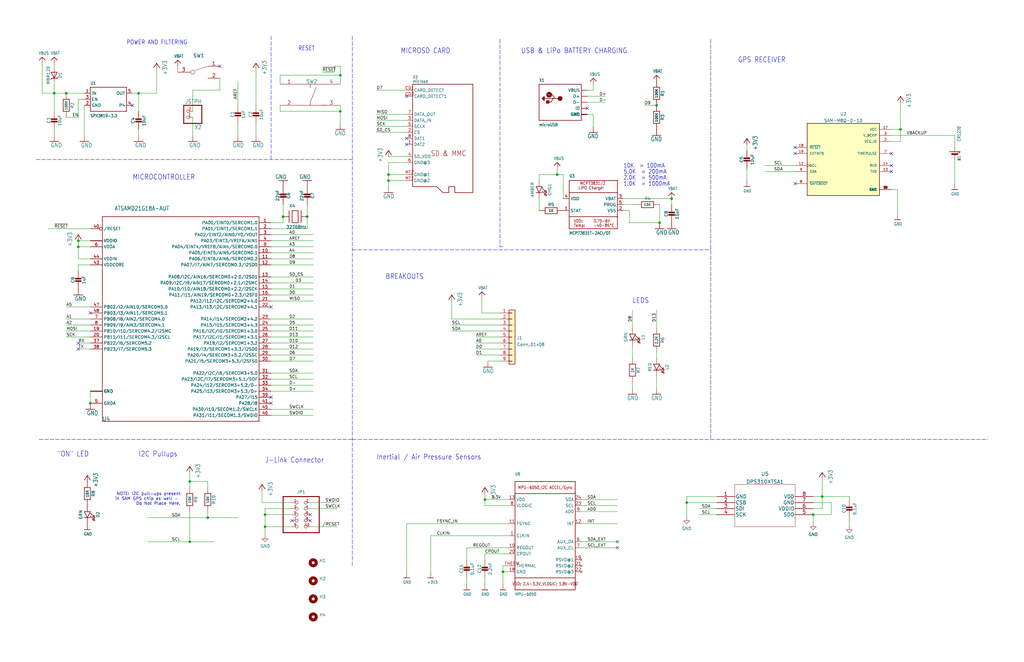
<source format=kicad_sch>
(kicad_sch (version 20211123) (generator eeschema)
  (paper "B")
  (title_block (title "Dropkick") (date "2022-03-14") (rev "V2-SAM") (company "Riley Rainey") (comment 1 "Open Hardware") (comment 2 "https://github.com/rrainey/dropkick"))
  (junction (at 163.83 73.66))
  (junction (at 119.38 91.44))
  (junction (at 38.1 170.18))
  (junction (at 87.63 218.44))
  (junction (at 204.47 210.82))
  (junction (at 379.73 54.61))
  (junction (at 80.01 203.2))
  (junction (at 289.56 212.09))
  (junction (at 283.21 83.82))
  (junction (at 111.76 222.25))
  (junction (at 342.9 217.17))
  (junction (at 278.13 93.98))
  (junction (at 111.76 217.17))
  (junction (at 33.02 101.6))
  (junction (at 129.54 91.44))
  (junction (at 276.86 44.45))
  (junction (at 143.51 46.99))
  (junction (at 22.86 39.37))
  (junction (at 212.09 241.3))
  (junction (at 234.95 73.66))
  (junction (at 27.94 39.37))
  (junction (at 143.51 31.75))
  (junction (at 163.83 76.2))
  (junction (at 346.71 209.55))
  (junction (at 80.01 228.6))
  (junction (at 58.42 39.37))
  (junction (at 33.02 104.14))
  (no_connect (at 375.92 69.85))
  (no_connect (at 375.92 72.39))
  (no_connect (at 247.65 45.72))
  (no_connect (at 55.88 44.45))
  (no_connect (at 92.71 27.94))
  (no_connect (at 114.3 129.54))
  (no_connect (at 114.3 167.64))
  (no_connect (at 114.3 170.18))
  (no_connect (at 260.35 228.6))
  (no_connect (at 260.35 231.14))
  (no_connect (at 335.28 62.23))
  (no_connect (at 335.28 64.77))
  (no_connect (at 335.28 77.47))
  (no_connect (at 375.92 64.77))
  (no_connect (at 171.45 40.64))
  (no_connect (at 171.45 60.96))
  (no_connect (at 171.45 58.42))
  (no_connect (at 123.19 219.71))
  (no_connect (at 38.1 132.08))
  (no_connect (at 130.81 217.17))
  (no_connect (at 33.02 144.78))
  (no_connect (at 33.02 147.32))
  (no_connect (at 130.81 219.71))
  (wire (pts (xy 119.38 93.98) (xy 119.38 91.44)))
  (wire (pts (xy 80.01 215.9) (xy 80.01 228.6)))
  (wire (pts (xy 245.11 220.98) (xy 260.35 220.98)))
  (wire (pts (xy 171.45 73.66) (xy 163.83 73.66)))
  (wire (pts (xy 227.33 76.2) (xy 227.33 73.66)))
  (wire (pts (xy 204.47 213.36) (xy 204.47 210.82)))
  (wire (pts (xy 245.11 210.82) (xy 260.35 210.82)))
  (wire (pts (xy 22.86 39.37) (xy 22.86 46.99)))
  (wire (pts (xy 283.21 83.82) (xy 262.89 83.82)))
  (wire (pts (xy 379.73 43.18) (xy 379.73 54.61)))
  (wire (pts (xy 130.81 222.25) (xy 142.24 222.25)))
  (wire (pts (xy 132.08 144.78) (xy 114.3 144.78)))
  (wire (pts (xy 38.1 101.6) (xy 33.02 101.6)))
  (wire (pts (xy 33.02 109.22) (xy 33.02 104.14)))
  (wire (pts (xy 55.88 39.37) (xy 58.42 39.37)))
  (wire (pts (xy 214.63 231.14) (xy 196.85 231.14)))
  (wire (pts (xy 158.75 50.8) (xy 171.45 50.8)))
  (wire (pts (xy 114.3 109.22) (xy 132.08 109.22)))
  (wire (pts (xy 204.47 233.68) (xy 204.47 236.22)))
  (wire (pts (xy 111.76 214.63) (xy 111.76 217.17)))
  (wire (pts (xy 123.19 212.09) (xy 110.49 212.09)))
  (wire (pts (xy 346.71 209.55) (xy 358.14 209.55)))
  (wire (pts (xy 114.3 119.38) (xy 132.08 119.38)))
  (wire (pts (xy 22.86 29.21) (xy 22.86 26.67)))
  (wire (pts (xy 33.02 49.53) (xy 33.02 41.91)))
  (wire (pts (xy 38.1 165.1) (xy 38.1 170.18)))
  (wire (pts (xy 294.64 217.17) (xy 302.26 217.17)))
  (wire (pts (xy 358.14 218.44) (xy 358.14 222.25)))
  (wire (pts (xy 200.66 144.78) (xy 210.82 144.78)))
  (wire (pts (xy 123.19 217.17) (xy 111.76 217.17)))
  (wire (pts (xy 283.21 86.36) (xy 283.21 83.82)))
  (wire (pts (xy 227.33 83.82) (xy 227.33 88.9)))
  (wire (pts (xy 132.08 165.1) (xy 114.3 165.1)))
  (wire (pts (xy 163.83 76.2) (xy 163.83 78.74)))
  (wire (pts (xy 247.65 38.1) (xy 250.19 38.1)))
  (wire (pts (xy 234.95 73.66) (xy 237.49 73.66)))
  (wire (pts (xy 80.01 228.6) (xy 62.23 228.6)))
  (wire (pts (xy 190.5 137.16) (xy 210.82 137.16)))
  (wire (pts (xy 278.13 86.36) (xy 278.13 93.98)))
  (polyline (pts (xy 210.82 16.51) (xy 210.82 104.14)))
  (wire (pts (xy 214.63 233.68) (xy 204.47 233.68)))
  (wire (pts (xy 245.11 213.36) (xy 260.35 213.36)))
  (wire (pts (xy 58.42 46.99) (xy 58.42 39.37)))
  (wire (pts (xy 114.3 127) (xy 132.08 127)))
  (wire (pts (xy 346.71 214.63) (xy 342.9 214.63)))
  (wire (pts (xy 114.3 142.24) (xy 132.08 142.24)))
  (wire (pts (xy 314.96 60.96) (xy 314.96 63.5)))
  (wire (pts (xy 33.02 144.78) (xy 38.1 144.78)))
  (wire (pts (xy 214.63 210.82) (xy 204.47 210.82)))
  (wire (pts (xy 114.3 152.4) (xy 132.08 152.4)))
  (wire (pts (xy 375.92 80.01) (xy 378.46 80.01)))
  (polyline (pts (xy 148.59 15.24) (xy 148.59 238.76)))
  (wire (pts (xy 262.89 86.36) (xy 267.97 86.36)))
  (wire (pts (xy 143.51 31.75) (xy 143.51 35.56)))
  (wire (pts (xy 245.11 228.6) (xy 260.35 228.6)))
  (wire (pts (xy 196.85 243.84) (xy 196.85 246.38)))
  (wire (pts (xy 200.66 147.32) (xy 210.82 147.32)))
  (wire (pts (xy 90.17 228.6) (xy 80.01 228.6)))
  (wire (pts (xy 171.45 220.98) (xy 214.63 220.98)))
  (wire (pts (xy 80.01 203.2) (xy 87.63 203.2)))
  (wire (pts (xy 158.75 53.34) (xy 171.45 53.34)))
  (wire (pts (xy 38.1 129.54) (xy 27.94 129.54)))
  (wire (pts (xy 132.08 106.68) (xy 114.3 106.68)))
  (wire (pts (xy 289.56 209.55) (xy 302.26 209.55)))
  (wire (pts (xy 265.43 93.98) (xy 278.13 93.98)))
  (wire (pts (xy 358.14 209.55) (xy 358.14 210.82)))
  (wire (pts (xy 123.19 214.63) (xy 111.76 214.63)))
  (wire (pts (xy 27.94 137.16) (xy 38.1 137.16)))
  (wire (pts (xy 130.81 214.63) (xy 142.24 214.63)))
  (wire (pts (xy 38.1 139.7) (xy 27.94 139.7)))
  (wire (pts (xy 114.3 104.14) (xy 132.08 104.14)))
  (wire (pts (xy 158.75 55.88) (xy 171.45 55.88)))
  (wire (pts (xy 266.7 146.05) (xy 266.7 151.13)))
  (wire (pts (xy 66.04 39.37) (xy 66.04 29.21)))
  (wire (pts (xy 38.1 109.22) (xy 33.02 109.22)))
  (wire (pts (xy 107.95 44.45) (xy 107.95 29.21)))
  (wire (pts (xy 87.63 205.74) (xy 87.63 203.2)))
  (wire (pts (xy 143.51 46.99) (xy 118.11 46.99)))
  (wire (pts (xy 35.56 44.45) (xy 35.56 57.15)))
  (wire (pts (xy 81.28 38.1) (xy 81.28 46.99)))
  (wire (pts (xy 158.75 38.1) (xy 171.45 38.1)))
  (wire (pts (xy 237.49 73.66) (xy 237.49 83.82)))
  (wire (pts (xy 33.02 111.76) (xy 33.02 114.3)))
  (wire (pts (xy 58.42 39.37) (xy 66.04 39.37)))
  (wire (pts (xy 33.02 41.91) (xy 35.56 41.91)))
  (wire (pts (xy 143.51 44.45) (xy 143.51 46.99)))
  (wire (pts (xy 171.45 76.2) (xy 163.83 76.2)))
  (wire (pts (xy 22.86 54.61) (xy 22.86 57.15)))
  (wire (pts (xy 114.3 101.6) (xy 132.08 101.6)))
  (wire (pts (xy 245.11 231.14) (xy 260.35 231.14)))
  (wire (pts (xy 214.63 241.3) (xy 212.09 241.3)))
  (wire (pts (xy 322.58 72.39) (xy 335.28 72.39)))
  (wire (pts (xy 143.51 46.99) (xy 143.51 52.07)))
  (wire (pts (xy 92.71 33.02) (xy 92.71 38.1)))
  (wire (pts (xy 110.49 207.01) (xy 110.49 212.09)))
  (wire (pts (xy 17.78 26.67) (xy 17.78 39.37)))
  (wire (pts (xy 27.94 39.37) (xy 22.86 39.37)))
  (wire (pts (xy 203.2 132.08) (xy 210.82 132.08)))
  (wire (pts (xy 171.45 220.98) (xy 171.45 241.3)))
  (wire (pts (xy 132.08 175.26) (xy 114.3 175.26)))
  (wire (pts (xy 276.86 158.75) (xy 276.86 163.83)))
  (wire (pts (xy 114.3 162.56) (xy 132.08 162.56)))
  (wire (pts (xy 87.63 218.44) (xy 62.23 218.44)))
  (wire (pts (xy 114.3 149.86) (xy 132.08 149.86)))
  (wire (pts (xy 294.64 214.63) (xy 302.26 214.63)))
  (wire (pts (xy 111.76 217.17) (xy 111.76 222.25)))
  (polyline (pts (xy 121.92 67.31) (xy 148.59 67.31)))
  (wire (pts (xy 247.65 48.26) (xy 250.19 48.26)))
  (wire (pts (xy 266.7 138.43) (xy 266.7 130.81)))
  (wire (pts (xy 289.56 209.55) (xy 289.56 212.09)))
  (wire (pts (xy 262.89 88.9) (xy 265.43 88.9)))
  (wire (pts (xy 27.94 49.53) (xy 33.02 49.53)))
  (wire (pts (xy 140.97 30.48) (xy 140.97 27.94)))
  (wire (pts (xy 38.1 111.76) (xy 33.02 111.76)))
  (wire (pts (xy 87.63 215.9) (xy 87.63 218.44)))
  (wire (pts (xy 214.63 238.76) (xy 212.09 238.76)))
  (wire (pts (xy 322.58 69.85) (xy 335.28 69.85)))
  (wire (pts (xy 214.63 213.36) (xy 204.47 213.36)))
  (wire (pts (xy 350.52 217.17) (xy 342.9 217.17)))
  (wire (pts (xy 100.33 52.07) (xy 100.33 57.15)))
  (wire (pts (xy 266.7 161.29) (xy 266.7 163.83)))
  (wire (pts (xy 114.3 99.06) (xy 132.08 99.06)))
  (wire (pts (xy 181.61 226.06) (xy 181.61 241.3)))
  (wire (pts (xy 58.42 54.61) (xy 58.42 57.15)))
  (wire (pts (xy 265.43 88.9) (xy 265.43 93.98)))
  (wire (pts (xy 80.01 199.39) (xy 80.01 203.2)))
  (wire (pts (xy 350.52 212.09) (xy 350.52 217.17)))
  (wire (pts (xy 250.19 38.1) (xy 250.19 35.56)))
  (wire (pts (xy 181.61 226.06) (xy 214.63 226.06)))
  (polyline (pts (xy 299.72 185.42) (xy 416.56 185.42)))
  (polyline (pts (xy 299.72 16.51) (xy 299.72 185.42)))
  (wire (pts (xy 129.54 91.44) (xy 129.54 86.36)))
  (polyline (pts (xy 15.24 67.31) (xy 121.92 67.31)))
  (wire (pts (xy 205.74 152.4) (xy 210.82 152.4)))
  (wire (pts (xy 163.83 66.04) (xy 171.45 66.04)))
  (wire (pts (xy 255.27 43.18) (xy 247.65 43.18)))
  (wire (pts (xy 342.9 212.09) (xy 350.52 212.09)))
  (wire (pts (xy 22.86 34.29) (xy 22.86 39.37)))
  (wire (pts (xy 190.5 134.62) (xy 210.82 134.62)))
  (wire (pts (xy 114.3 147.32) (xy 132.08 147.32)))
  (wire (pts (xy 204.47 210.82) (xy 204.47 208.28)))
  (wire (pts (xy 289.56 212.09) (xy 289.56 218.44)))
  (wire (pts (xy 111.76 222.25) (xy 111.76 226.06)))
  (wire (pts (xy 114.3 121.92) (xy 132.08 121.92)))
  (wire (pts (xy 247.65 40.64) (xy 255.27 40.64)))
  (wire (pts (xy 100.33 44.45) (xy 100.33 34.29)))
  (wire (pts (xy 100.33 218.44) (xy 87.63 218.44)))
  (wire (pts (xy 379.73 54.61) (xy 379.73 59.69)))
  (wire (pts (xy 171.45 68.58) (xy 163.83 68.58)))
  (wire (pts (xy 132.08 137.16) (xy 114.3 137.16)))
  (wire (pts (xy 35.56 39.37) (xy 27.94 39.37)))
  (wire (pts (xy 379.73 54.61) (xy 375.92 54.61)))
  (wire (pts (xy 114.3 96.52) (xy 129.54 96.52)))
  (wire (pts (xy 190.5 139.7) (xy 210.82 139.7)))
  (wire (pts (xy 402.59 62.23) (xy 402.59 57.15)))
  (wire (pts (xy 114.3 172.72) (xy 132.08 172.72)))
  (polyline (pts (xy 210.82 104.14) (xy 212.09 104.14)))
  (wire (pts (xy 204.47 243.84) (xy 204.47 246.38)))
  (wire (pts (xy 143.51 27.94) (xy 143.51 31.75)))
  (wire (pts (xy 314.96 71.12) (xy 314.96 76.2)))
  (wire (pts (xy 140.97 27.94) (xy 143.51 27.94)))
  (polyline (pts (xy 16.51 185.42) (xy 148.59 185.42)))
  (polyline (pts (xy 148.59 185.42) (xy 299.72 185.42)))
  (wire (pts (xy 276.86 138.43) (xy 276.86 130.81)))
  (wire (pts (xy 346.71 209.55) (xy 342.9 209.55)))
  (wire (pts (xy 289.56 212.09) (xy 302.26 212.09)))
  (wire (pts (xy 245.11 215.9) (xy 260.35 215.9)))
  (wire (pts (xy 200.66 142.24) (xy 210.82 142.24)))
  (wire (pts (xy 163.83 68.58) (xy 163.83 73.66)))
  (wire (pts (xy 129.54 96.52) (xy 129.54 91.44)))
  (wire (pts (xy 27.94 142.24) (xy 38.1 142.24)))
  (wire (pts (xy 92.71 38.1) (xy 81.28 38.1)))
  (wire (pts (xy 114.3 134.62) (xy 132.08 134.62)))
  (wire (pts (xy 80.01 203.2) (xy 80.01 205.74)))
  (wire (pts (xy 135.89 30.48) (xy 140.97 30.48)))
  (wire (pts (xy 119.38 86.36) (xy 119.38 91.44)))
  (wire (pts (xy 190.5 127) (xy 190.5 134.62)))
  (wire (pts (xy 132.08 124.46) (xy 114.3 124.46)))
  (wire (pts (xy 118.11 46.99) (xy 118.11 44.45)))
  (wire (pts (xy 375.92 57.15) (xy 402.59 57.15)))
  (wire (pts (xy 130.81 212.09) (xy 142.24 212.09)))
  (wire (pts (xy 114.3 111.76) (xy 132.08 111.76)))
  (polyline (pts (xy 148.59 105.41) (xy 299.72 105.41)))
  (wire (pts (xy 276.86 44.45) (xy 271.78 44.45)))
  (wire (pts (xy 346.71 209.55) (xy 346.71 214.63)))
  (wire (pts (xy 163.83 73.66) (xy 163.83 76.2)))
  (wire (pts (xy 143.51 31.75) (xy 118.11 31.75)))
  (wire (pts (xy 107.95 57.15) (xy 107.95 52.07)))
  (wire (pts (xy 123.19 222.25) (xy 111.76 222.25)))
  (wire (pts (xy 114.3 160.02) (xy 132.08 160.02)))
  (wire (pts (xy 196.85 231.14) (xy 196.85 236.22)))
  (wire (pts (xy 114.3 157.48) (xy 132.08 157.48)))
  (wire (pts (xy 203.2 125.73) (xy 203.2 132.08)))
  (wire (pts (xy 17.78 39.37) (xy 22.86 39.37)))
  (wire (pts (xy 212.09 241.3) (xy 212.09 246.38)))
  (wire (pts (xy 81.28 57.15) (xy 81.28 49.53)))
  (wire (pts (xy 38.1 96.52) (xy 20.32 96.52)))
  (wire (pts (xy 379.73 59.69) (xy 375.92 59.69)))
  (wire (pts (xy 38.1 134.62) (xy 27.94 134.62)))
  (wire (pts (xy 114.3 93.98) (xy 119.38 93.98)))
  (wire (pts (xy 132.08 116.84) (xy 114.3 116.84)))
  (wire (pts (xy 200.66 149.86) (xy 210.82 149.86)))
  (wire (pts (xy 33.02 147.32) (xy 38.1 147.32)))
  (wire (pts (xy 402.59 67.31) (xy 402.59 77.47)))
  (wire (pts (xy 227.33 73.66) (xy 234.95 73.66)))
  (wire (pts (xy 342.9 217.17) (xy 342.9 220.98)))
  (wire (pts (xy 158.75 48.26) (xy 171.45 48.26)))
  (wire (pts (xy 74.93 27.94) (xy 74.93 30.48)))
  (wire (pts (xy 38.1 104.14) (xy 33.02 104.14)))
  (wire (pts (xy 346.71 201.93) (xy 346.71 209.55)))
  (wire (pts (xy 114.3 139.7) (xy 132.08 139.7)))
  (wire (pts (xy 118.11 31.75) (xy 118.11 35.56)))
  (wire (pts (xy 234.95 71.12) (xy 234.95 73.66)))
  (wire (pts (xy 250.19 48.26) (xy 250.19 53.34)))
  (wire (pts (xy 33.02 104.14) (xy 33.02 101.6)))
  (wire (pts (xy 212.09 238.76) (xy 212.09 241.3)))
  (wire (pts (xy 378.46 80.01) (xy 378.46 90.17)))
  (polyline (pts (xy 114.3 15.24) (xy 114.3 67.31)))
  (wire (pts (xy 276.86 148.59) (xy 276.86 151.13)))
  (text "GPS RECEIVER" (at 311.15 26.67 180) (effects (font (size 2.1844 1.8567)) (justify left bottom)))
  (text "\"ON\" LED" (at 24.13 193.04 180) (effects (font (size 2.1844 1.8567)) (justify left bottom)))
  (text "I2C Pullups\n" (at 58.42 193.04 180) (effects (font (size 2.1844 1.8567)) (justify left bottom)))
  (text "10K  = 100mA" (at 262.89 71.12 180) (effects (font (size 1.778 1.5113)) (justify left bottom)))
  (text "Inertial / Air Pressure Sensors" (at 158.75 194.31 180) (effects (font (size 2.1844 1.8567)) (justify left bottom)))
  (text "MICROCONTROLLER" (at 55.88 76.2 180) (effects (font (size 2.1844 1.8567)) (justify left bottom)))
  (text "1.0K  = 1000mA" (at 262.89 78.74 180) (effects (font (size 1.778 1.5113)) (justify left bottom)))
  (text "5.0K  = 200mA" (at 262.89 73.66 180) (effects (font (size 1.778 1.5113)) (justify left bottom)))
  (text "BREAKOUTS" (at 162.56 118.11 180) (effects (font (size 2.1844 1.8567)) (justify left bottom)))
  (text "RESET" (at 125.73 21.59 180) (effects (font (size 1.778 1.5113)) (justify left bottom)))
  (text "POWER AND FILTERING" (at 53.34 19.05 180) (effects (font (size 1.778 1.5113)) (justify left bottom)))
  (text "J-Link Connector" (at 111.76 195.58 180) (effects (font (size 2.1844 1.8567)) (justify left bottom)))
  (text "LEDS" (at 266.7 128.27 180) (effects (font (size 2.1844 1.8567)) (justify left bottom)))
  (text "2.0K  = 500mA" (at 262.89 76.2 180) (effects (font (size 1.778 1.5113)) (justify left bottom)))
  (text "MICROSD CARD" (at 168.91 22.86 180) (effects (font (size 2.1844 1.8567)) (justify left bottom)))
  (text "USB & LiPo BATTERY CHARGING" (at 219.71 22.86 180) (effects (font (size 2.1844 1.8567)) (justify left bottom)))
  (text "NOTE: I2C pull-ups present\nin SAM GPS chip as well - \nDo Not Place Here." (at 76.2 213.36 0) (effects (font (size 1.27 1.27)) (justify right bottom)))
  (label "D3" (at 124.46 119.38 0) (effects (font (size 1.2446 1.2446))))
  (label "D6" (at 121.92 149.86 0) (effects (font (size 1.2446 1.2446))))
  (label "EN" (at 30.48 49.53 0) (effects (font (size 1.2446 1.2446))))
  (label "D8" (at 121.92 109.22 0) (effects (font (size 1.2446 1.2446))))
  (label "D13" (at 121.92 142.24 0) (effects (font (size 1.2446 1.2446))))
  (label "SDA" (at 295.91 214.63 0) (effects (font (size 1.2446 1.2446))))
  (label "3.3V" (at 207.01 210.82 0) (effects (font (size 1.2446 1.2446))))
  (label "RX" (at 33.02 144.78 0))
  (label "FSYNC_IN" (at 184.15 220.98 0) (effects (font (size 1.2446 1.2446))))
  (label "SWDIO" (at 121.92 175.26 0) (effects (font (size 1.2446 1.2446))))
  (label "D12" (at 121.92 147.32 0) (effects (font (size 1.2446 1.2446))))
  (label "D11" (at 121.92 139.7 0) (effects (font (size 1.2446 1.2446))))
  (label "AD0" (at 247.65 215.9 0) (effects (font (size 1.2446 1.2446))))
  (label "~{RESET}" (at 22.86 96.52 0) (effects (font (size 1.2446 1.2446))))
  (label "A3" (at 121.92 104.14 0) (effects (font (size 1.2446 1.2446))))
  (label "AREF" (at 121.92 101.6 0) (effects (font (size 1.2446 1.2446))))
  (label "SDA" (at 190.5 139.7 0))
  (label "D0" (at 200.66 147.32 0))
  (label "SCK" (at 158.75 53.34 0) (effects (font (size 1.2446 1.2446))))
  (label "MOSI" (at 158.75 50.8 0) (effects (font (size 1.2446 1.2446))))
  (label "A4" (at 121.92 106.68 0) (effects (font (size 1.2446 1.2446))))
  (label "D1" (at 200.66 149.86 0))
  (label "A0" (at 121.92 99.06 0) (effects (font (size 1.2446 1.2446))))
  (label "SDA" (at 247.65 210.82 0) (effects (font (size 1.2446 1.2446))))
  (label "D13" (at 276.86 135.89 90) (effects (font (size 1.2446 1.2446))))
  (label "SDA" (at 72.39 218.44 0) (effects (font (size 1.2446 1.2446))))
  (label "CPOUT" (at 204.47 233.68 0) (effects (font (size 1.2446 1.2446))))
  (label "D-" (at 121.92 162.56 0) (effects (font (size 1.2446 1.2446))))
  (label "D7" (at 121.92 152.4 0) (effects (font (size 1.2446 1.2446))))
  (label "~{RESET}" (at 135.89 30.48 0) (effects (font (size 1.2446 1.2446))))
  (label "D9" (at 271.78 44.45 0) (effects (font (size 1.2446 1.2446))))
  (label "D+" (at 252.73 40.64 0) (effects (font (size 1.2446 1.2446))))
  (label "D-" (at 252.73 43.18 0) (effects (font (size 1.2446 1.2446))))
  (label "AREF" (at 100.33 41.91 90) (effects (font (size 1.2446 1.2446))))
  (label "SD_CS" (at 121.92 116.84 0) (effects (font (size 1.2446 1.2446))))
  (label "{slash}RESET" (at 135.89 222.25 0))
  (label "SWDIO" (at 137.16 212.09 0))
  (label "A0" (at 200.66 144.78 0))
  (label "SDA" (at 326.39 72.39 0))
  (label "REGOUT" (at 199.39 231.14 0) (effects (font (size 1.2446 1.2446))))
  (label "MOSI" (at 27.94 139.7 0) (effects (font (size 1.2446 1.2446))))
  (label "SCL" (at 326.39 69.85 0))
  (label "MISO" (at 158.75 48.26 0) (effects (font (size 1.2446 1.2446))))
  (label "SD_CS" (at 158.75 55.88 0) (effects (font (size 1.2446 1.2446))))
  (label "SWCLK" (at 137.16 214.63 0))
  (label "D0" (at 121.92 124.46 0) (effects (font (size 1.2446 1.2446))))
  (label "VBACKUP" (at 382.27 57.15 0) (effects (font (size 1.2446 1.2446))))
  (label "D1" (at 121.92 121.92 0) (effects (font (size 1.2446 1.2446))))
  (label "SCL" (at 121.92 160.02 0) (effects (font (size 1.2446 1.2446))))
  (label "D2" (at 121.92 134.62 0) (effects (font (size 1.2446 1.2446))))
  (label "SDA" (at 121.92 157.48 0) (effects (font (size 1.2446 1.2446))))
  (label "TX" (at 33.02 147.32 0))
  (label "D+" (at 121.92 165.1 0) (effects (font (size 1.2446 1.2446))))
  (label "D5" (at 121.92 137.16 0) (effects (font (size 1.2446 1.2446))))
  (label "SCK" (at 27.94 142.24 0) (effects (font (size 1.2446 1.2446))))
  (label "SCL" (at 72.39 228.6 0) (effects (font (size 1.2446 1.2446))))
  (label "SWCLK" (at 121.92 172.72 0) (effects (font (size 1.2446 1.2446))))
  (label "SDA_EXT" (at 247.65 228.6 0) (effects (font (size 1.2446 1.2446))))
  (label "CLKIN" (at 184.15 226.06 0) (effects (font (size 1.2446 1.2446))))
  (label "D8" (at 266.7 135.89 90) (effects (font (size 1.2446 1.2446))))
  (label "A2" (at 27.94 137.16 0) (effects (font (size 1.2446 1.2446))))
  (label "A1" (at 27.94 134.62 0) (effects (font (size 1.2446 1.2446))))
  (label "SCL" (at 190.5 137.16 0))
  (label "AREF" (at 200.66 142.24 0))
  (label "A5" (at 27.94 129.54 0) (effects (font (size 1.2446 1.2446))))
  (label "D7" (at 158.75 38.1 0) (effects (font (size 1.2446 1.2446))))
  (label "SCL_EXT" (at 247.65 231.14 0) (effects (font (size 1.2446 1.2446))))
  (label "SCL" (at 295.91 217.17 0) (effects (font (size 1.2446 1.2446))))
  (label "INT" (at 247.65 220.98 0) (effects (font (size 1.2446 1.2446))))
  (label "SCL" (at 247.65 213.36 0) (effects (font (size 1.2446 1.2446))))
  (label "MISO" (at 121.92 127 0) (effects (font (size 1.2446 1.2446))))
  (label "D9" (at 121.92 111.76 0) (effects (font (size 1.2446 1.2446))))
  (label "D10" (at 121.92 144.78 0) (effects (font (size 1.2446 1.2446))))
  (symbol (lib_id "dropkick:SAM-M8Q-0-10") (at 355.6 67.31 0) (unit 1)
    (property "Reference" "U2" (at 355.6 48.1035 0))
    (property "Value" "SAM-M8Q-0-10" (at 355.6 50.8786 0))
    (property "Footprint" "MODULE_SAM-M8Q-0-10" (effects hide))
    (property "PARTREV" "R07" (effects hide))
    (property "MAXIMUM_PACKAGE_HEIGHT" "6.80mm" (effects hide))
    (property "STANDARD" "Manufacturer Recommendations" (effects hide))
    (property "MANUFACTURER" "ublox" (effects hide))
  )
  (symbol (lib_id "Adafruit Feather M0 Adalogger-eagle-import:GND") (at 81.28 59.69 0) (unit 1)
    (property "Reference" "#U$09" (effects hide))
    (property "Value" "GND" (at 79.756 62.23 0) (effects (font (size 1.778 1.5113)) (justify left bottom)))
  )
  (symbol (lib_id "Adafruit MPU6050-eagle-import:GND") (at 196.85 248.92 0) (unit 1)
    (property "Reference" "#U$025" (effects hide))
    (property "Value" "GND" (at 195.326 251.46 0) (effects (font (size 1.27 1.0795)) (justify left bottom)))
  )
  (symbol (lib_id "Mechanical:MountingHole") (at 132.08 245.11 0) (unit 1)
    (property "Reference" "H2" (at 134.62 244.2015 0) (effects (justify left)))
    (property "Value" "MountingHole" (effects hide))
    (property "Footprint" "lib_fr:MOUNTINGHOLE_2.5_PLATED" (effects hide))
  )
  (symbol (lib_id "Adafruit Ultimate GPS FeatherWing-eagle-import:GND") (at 314.96 78.74 0) (unit 1)
    (property "Reference" "#U$014" (effects hide))
    (property "Value" "GND" (at 313.436 81.28 0) (effects (font (size 1.27 1.0795)) (justify left bottom)))
  )
  (symbol (lib_id "Adafruit Feather M0 Adalogger-eagle-import:RESISTOR_0603_NOOUT") (at 276.86 143.51 270) (unit 1)
    (property "Reference" "R6" (at 279.4 143.51 0))
    (property "Value" "2.2K" (at 276.86 143.51 0) (effects (font (size 1.016 1.016) bold)))
    (property "Footprint" "Resistor_SMD:R_0603_1608Metric" (effects hide))
  )
  (symbol (lib_id "Adafruit Feather M0 Adalogger-eagle-import:GND") (at 129.54 76.2 180) (unit 1)
    (property "Reference" "#U$013" (effects hide))
    (property "Value" "GND" (at 131.064 73.66 0) (effects (font (size 1.778 1.5113)) (justify left bottom)))
  )
  (symbol (lib_id "Adafruit Feather M0 Adalogger-eagle-import:GND") (at 119.38 76.2 180) (unit 1)
    (property "Reference" "#U$012" (effects hide))
    (property "Value" "GND" (at 120.904 73.66 0) (effects (font (size 1.778 1.5113)) (justify left bottom)))
  )
  (symbol (lib_id "Adafruit Feather M0 Adalogger-eagle-import:GND") (at 33.02 124.46 0) (unit 1)
    (property "Reference" "#U$021" (effects hide))
    (property "Value" "GND" (at 31.496 127 0) (effects (font (size 1.778 1.5113)) (justify left bottom)))
  )
  (symbol (lib_id "Adafruit Feather M0 Adalogger-eagle-import:GND") (at 205.74 154.94 0) (mirror y) (unit 1)
    (property "Reference" "#GND06" (effects hide))
    (property "Value" "GND" (at 208.28 157.48 0) (effects (font (size 1.778 1.5113)) (justify left bottom)))
  )
  (symbol (lib_id "Adafruit Ultimate GPS FeatherWing-eagle-import:GND") (at 378.46 92.71 0) (unit 1)
    (property "Reference" "#U$017" (effects hide))
    (property "Value" "GND" (at 376.936 95.25 0) (effects (font (size 1.27 1.0795)) (justify left bottom)))
  )
  (symbol (lib_id "Adafruit MPU6050-eagle-import:GND") (at 36.83 223.52 0) (unit 1)
    (property "Reference" "#U$023" (effects hide))
    (property "Value" "GND" (at 35.306 226.06 0) (effects (font (size 1.27 1.0795)) (justify left bottom)))
  )
  (symbol (lib_id "Adafruit MPU6050-eagle-import:CAP_CERAMIC0603_NO") (at 196.85 241.3 0) (unit 1)
    (property "Reference" "C11" (at 194.56 240.05 90))
    (property "Value" "0.1uF" (at 199.15 240.05 90))
    (property "Footprint" "0603-NO" (effects hide))
  )
  (symbol (lib_id "Adafruit Feather M0 Adalogger-eagle-import:CON_JST_PH_2PIN") (at 78.74 46.99 180) (unit 1)
    (property "Reference" "X2" (at 85.09 52.705 0) (effects (font (size 1.778 1.5113)) (justify left bottom)))
    (property "Value" "JSTPH" (at 85.09 41.91 0) (effects (font (size 1.778 1.5113)) (justify left bottom)))
    (property "Footprint" "JSTPH2" (effects hide))
  )
  (symbol (lib_id "Adafruit Feather M0 Adalogger-eagle-import:CAP_CERAMIC0603_NO") (at 129.54 81.28 180) (unit 1)
    (property "Reference" "C7" (at 131.83 82.53 90))
    (property "Value" "22pF" (at 127.24 82.53 90))
    (property "Footprint" "Capacitor_SMD:C_0603_1608Metric" (effects hide))
  )
  (symbol (lib_id "Adafruit Feather M0 Adalogger-eagle-import:USB_MICRO_20329_V2") (at 237.49 43.18 0) (unit 1)
    (property "Reference" "X1" (at 227.33 34.544 0) (effects (font (size 1.27 1.0795)) (justify left bottom)))
    (property "Value" "microUSB" (at 227.33 53.34 0) (effects (font (size 1.27 1.0795)) (justify left bottom)))
    (property "Footprint" "4UCONN_20329_V2" (effects hide))
  )
  (symbol (lib_id "Adafruit Feather M0 Adalogger-eagle-import:GND") (at 58.42 59.69 0) (unit 1)
    (property "Reference" "#U$08" (effects hide))
    (property "Value" "GND" (at 56.896 62.23 0) (effects (font (size 1.778 1.5113)) (justify left bottom)))
  )
  (symbol (lib_id "Adafruit Ultimate GPS FeatherWing-eagle-import:GND") (at 402.59 80.01 0) (unit 1)
    (property "Reference" "#U$015" (effects hide))
    (property "Value" "GND" (at 401.066 82.55 0) (effects (font (size 1.27 1.0795)) (justify left bottom)))
  )
  (symbol (lib_id "Adafruit Feather M0 Adalogger-eagle-import:+3V3") (at 314.96 58.42 0) (mirror y) (unit 1)
    (property "Reference" "#+3V04" (effects hide))
    (property "Value" "+3V3" (at 317.5 63.5 90) (effects (font (size 1.778 1.5113)) (justify left bottom)))
  )
  (symbol (lib_id "Adafruit Feather M0 Adalogger-eagle-import:LED0603") (at 227.33 81.28 270) (unit 1)
    (property "Reference" "CHG1" (at 231.775 80.01 0))
    (property "Value" "AMBER" (at 224.536 80.01 0))
    (property "Footprint" "lib_fr:CHIPLED_0603_NOOUTLINE" (effects hide))
  )
  (symbol (lib_id "Adafruit Feather M0 Adalogger-eagle-import:GND") (at 100.33 59.69 0) (mirror y) (unit 1)
    (property "Reference" "#GND04" (effects hide))
    (property "Value" "GND" (at 102.87 62.23 0) (effects (font (size 1.778 1.5113)) (justify left bottom)))
  )
  (symbol (lib_id "Adafruit Feather M0 Adalogger-eagle-import:VBUS") (at 250.19 33.02 0) (unit 1)
    (property "Reference" "#U$05" (effects hide))
    (property "Value" "VBUS" (at 248.666 32.004 0) (effects (font (size 1.27 1.0795)) (justify left bottom)))
  )
  (symbol (lib_id "Adafruit Feather M0 Adalogger-eagle-import:CAP_CERAMIC0805-NOOUTLINE") (at 283.21 91.44 0) (unit 1)
    (property "Reference" "C8" (at 280.92 90.19 90))
    (property "Value" "10uF" (at 285.51 90.19 90))
    (property "Footprint" "Capacitor_SMD:C_0805_2012Metric" (effects hide))
  )
  (symbol (lib_id "Adafruit Feather M0 Adalogger-eagle-import:+3V3") (at 163.83 63.5 0) (unit 1)
    (property "Reference" "#+3V05" (effects hide))
    (property "Value" "+3V3" (at 161.29 68.58 90) (effects (font (size 1.778 1.5113)) (justify left bottom)))
  )
  (symbol (lib_id "Adafruit Feather M0 Adalogger-eagle-import:CAP_CERAMIC0805-NOOUTLINE") (at 107.95 49.53 0) (unit 1)
    (property "Reference" "C2" (at 105.66 48.28 90))
    (property "Value" "10uF" (at 110.25 48.28 90))
    (property "Footprint" "Capacitor_SMD:C_0805_2012Metric" (effects hide))
  )
  (symbol (lib_id "Adafruit MPU6050-eagle-import:RESISTOR_0603_NOOUT") (at 87.63 210.82 270) (unit 1)
    (property "Reference" "R10" (at 90.17 210.82 0))
    (property "Value" "10K" (at 87.63 210.82 0) (effects (font (size 1.016 1.016) bold)))
    (property "Footprint" "Resistor_SMD:R_0603_1608Metric" (effects hide))
  )
  (symbol (lib_id "Adafruit Feather M0 Adalogger-eagle-import:RESISTOR_0603_NOOUT") (at 273.05 86.36 0) (unit 1)
    (property "Reference" "R4" (at 273.05 83.82 0))
    (property "Value" "10K" (at 273.05 86.36 0) (effects (font (size 1.016 1.016) bold)))
    (property "Footprint" "Resistor_SMD:R_0603_1608Metric" (effects hide))
  )
  (symbol (lib_id "Adafruit Feather M0 Adalogger-eagle-import:MICROSD") (at 186.69 55.88 0) (unit 1)
    (property "Reference" "X3" (at 173.99 33.274 0) (effects (font (size 1.27 1.0795)) (justify left bottom)))
    (property "Value" "microsd" (at 173.99 35.052 0) (effects (font (size 1.27 1.0795)) (justify left bottom)))
    (property "Footprint" "MICROSD" (effects hide))
  )
  (symbol (lib_id "Adafruit Feather M0 Adalogger-eagle-import:MCP73831{slash}2") (at 250.19 86.36 0) (unit 1)
    (property "Reference" "U3" (at 240.03 74.93 0) (effects (font (size 1.27 1.0795)) (justify left bottom)))
    (property "Value" "MCP73831T-2ACI/OT" (at 240.03 99.06 0) (effects (font (size 1.27 1.0795)) (justify left bottom)))
    (property "Footprint" "SOT23-5" (effects hide))
  )
  (symbol (lib_id "Adafruit Feather M0 Adalogger-eagle-import:VBAT") (at 203.2 123.19 0) (unit 1)
    (property "Reference" "#U$020" (effects hide))
    (property "Value" "VBAT" (at 201.676 122.174 0) (effects (font (size 1.27 1.0795)) (justify left bottom)))
  )
  (symbol (lib_id "Adafruit Feather M0 Adalogger-eagle-import:GND") (at 38.1 172.72 0) (unit 1)
    (property "Reference" "#U$022" (effects hide))
    (property "Value" "GND" (at 36.576 175.26 0) (effects (font (size 1.778 1.5113)) (justify left bottom)))
  )
  (symbol (lib_id "Mechanical:MountingHole") (at 132.08 252.73 0) (unit 1)
    (property "Reference" "H3" (at 134.62 251.8215 0) (effects (justify left)))
    (property "Value" "MountingHole" (effects hide))
    (property "Footprint" "lib_fr:MOUNTINGHOLE_2.5_PLATED" (effects hide))
  )
  (symbol (lib_id "Adafruit Feather M0 Adalogger-eagle-import:RESISTOR_0603_NOOUT") (at 276.86 49.53 270) (unit 1)
    (property "Reference" "R3" (at 279.4 49.53 0))
    (property "Value" "100K" (at 276.86 49.53 0) (effects (font (size 1.016 1.016) bold)))
    (property "Footprint" "0603-NO" (effects hide))
  )
  (symbol (lib_id "Adafruit Feather M0 Adalogger-eagle-import:VREG_SOT23-5") (at 45.72 41.91 0) (unit 1)
    (property "Reference" "U1" (at 38.1 35.814 0) (effects (font (size 1.27 1.0795)) (justify left bottom)))
    (property "Value" "SPX3819-3.3" (at 38.1 49.53 0) (effects (font (size 1.27 1.0795)) (justify left bottom)))
    (property "Footprint" "SOT23-5" (effects hide))
  )
  (symbol (lib_id "Adafruit Feather M0 Adalogger-eagle-import:GND") (at 107.95 59.69 0) (unit 1)
    (property "Reference" "#U$010" (effects hide))
    (property "Value" "GND" (at 106.426 62.23 0) (effects (font (size 1.778 1.5113)) (justify left bottom)))
  )
  (symbol (lib_id "Adafruit Feather M0 Adalogger-eagle-import:GND") (at 143.51 54.61 0) (unit 1)
    (property "Reference" "#GND01" (effects hide))
    (property "Value" "GND" (at 140.97 57.15 0) (effects (font (size 1.778 1.5113)) (justify left bottom)))
  )
  (symbol (lib_id "Adafruit Feather M0 Adalogger-eagle-import:+3V3") (at 33.02 99.06 0) (unit 1)
    (property "Reference" "#+3V06" (effects hide))
    (property "Value" "+3V3" (at 30.48 104.14 90) (effects (font (size 1.778 1.5113)) (justify left bottom)))
  )
  (symbol (lib_id "Adafruit MPU6050-eagle-import:CAP_CERAMIC0603_NO") (at 358.14 215.9 0) (unit 1)
    (property "Reference" "C10" (at 355.85 214.65 90))
    (property "Value" "0.1uF" (at 360.44 214.65 90))
    (property "Footprint" "Capacitor_SMD:C_0603_1608Metric" (effects hide))
  )
  (symbol (lib_id "Adafruit MPU6050-eagle-import:LED0603_NOOUTLINE") (at 36.83 218.44 270) (unit 1)
    (property "Reference" "D2" (at 41.275 217.17 0))
    (property "Value" "GRN" (at 34.036 217.17 0))
    (property "Footprint" "lib_fr:CHIPLED_0603_NOOUTLINE" (effects hide))
  )
  (symbol (lib_id "Adafruit MPU6050-eagle-import:GND") (at 212.09 248.92 0) (unit 1)
    (property "Reference" "#U$027" (effects hide))
    (property "Value" "GND" (at 210.566 251.46 0) (effects (font (size 1.27 1.0795)) (justify left bottom)))
  )
  (symbol (lib_id "Adafruit Feather M0 Adalogger-eagle-import:ATSAMD21J_QFN") (at 63.5 129.54 0) (unit 1)
    (property "Reference" "U4" (at 43.18 177.8 0) (effects (font (size 1.778 1.5113)) (justify left bottom)))
    (property "Value" " ATSAMD21G18A-AUT" (at 48.26 88.9 0) (effects (font (size 1.778 1.5113)) (justify left bottom)))
    (property "Footprint" "lib_fr:ATSAMD21G15B-AU" (effects hide))
  )
  (symbol (lib_id "Adafruit Feather M0 Adalogger-eagle-import:GND") (at 22.86 59.69 0) (unit 1)
    (property "Reference" "#U$06" (effects hide))
    (property "Value" "GND" (at 21.336 62.23 0) (effects (font (size 1.778 1.5113)) (justify left bottom)))
  )
  (symbol (lib_id "dropkick:450405020524") (at 74.93 30.48 0) (unit 1)
    (property "Reference" "SW1" (at 83.82 23.4725 0) (effects (font (size 1.524 1.524))))
    (property "Value" "450405020524" (effects hide))
    (property "Footprint" "lib_fr:450405020524" (effects hide))
  )
  (symbol (lib_id "Adafruit Feather M0 Adalogger-eagle-import:+3V3") (at 107.95 26.67 0) (mirror y) (unit 1)
    (property "Reference" "#+3V02" (effects hide))
    (property "Value" "+3V3" (at 110.49 31.75 90) (effects (font (size 1.778 1.5113)) (justify left bottom)))
  )
  (symbol (lib_id "Adafruit Feather M0 Adalogger-eagle-import:GND") (at 266.7 166.37 0) (mirror y) (unit 1)
    (property "Reference" "#GND07" (effects hide))
    (property "Value" "GND" (at 269.24 168.91 0) (effects (font (size 1.778 1.5113)) (justify left bottom)))
  )
  (symbol (lib_id "Adafruit Ultimate GPS FeatherWing-eagle-import:CAP_CERAMIC0805-NOOUTLINE") (at 314.96 68.58 0) (unit 1)
    (property "Reference" "C5" (at 312.67 67.33 90))
    (property "Value" "10uF" (at 317.26 67.33 90))
    (property "Footprint" "Capacitor_SMD:C_0805_2012Metric" (effects hide))
  )
  (symbol (lib_id "Adafruit Feather M0 Adalogger-eagle-import:VBUS") (at 234.95 68.58 0) (unit 1)
    (property "Reference" "#U$011" (effects hide))
    (property "Value" "VBUS" (at 233.426 67.564 0) (effects (font (size 1.27 1.0795)) (justify left bottom)))
  )
  (symbol (lib_id "Adafruit Feather M0 Adalogger-eagle-import:CAP_CERAMIC0603_NO") (at 100.33 49.53 0) (unit 1)
    (property "Reference" "C1" (at 98.04 48.28 90))
    (property "Value" "1uF" (at 102.63 48.28 90))
    (property "Footprint" "Capacitor_SMD:C_0603_1608Metric" (effects hide))
  )
  (symbol (lib_id "Adafruit Feather M0 Adalogger-eagle-import:GND") (at 163.83 81.28 0) (mirror y) (unit 1)
    (property "Reference" "#GND05" (effects hide))
    (property "Value" "GND" (at 166.37 83.82 0) (effects (font (size 1.778 1.5113)) (justify left bottom)))
  )
  (symbol (lib_id "Adafruit Feather M0 Adalogger-eagle-import:GND") (at 276.86 57.15 0) (unit 1)
    (property "Reference" "#GND03" (effects hide))
    (property "Value" "GND" (at 274.32 59.69 0) (effects (font (size 1.778 1.5113)) (justify left bottom)))
  )
  (symbol (lib_id "Adafruit Feather M0 Adalogger-eagle-import:VBAT") (at 283.21 81.28 0) (unit 1)
    (property "Reference" "#U$016" (effects hide))
    (property "Value" "VBAT" (at 281.686 80.264 0) (effects (font (size 1.27 1.0795)) (justify left bottom)))
  )
  (symbol (lib_id "Adafruit Feather M0 Adalogger-eagle-import:XTAL-3.2X1.5") (at 124.46 91.44 0) (unit 1)
    (property "Reference" "X4" (at 121.92 87.63 0) (effects (justify left bottom)))
    (property "Value" "32768Hz" (at 120.65 96.52 0) (effects (justify left bottom)))
    (property "Footprint" "XTAL3215" (effects hide))
  )
  (symbol (lib_id "Adafruit Feather M0 Adalogger-eagle-import:+3V3") (at 66.04 26.67 0) (mirror y) (unit 1)
    (property "Reference" "#+3V01" (effects hide))
    (property "Value" "+3V3" (at 68.58 31.75 90) (effects (font (size 1.778 1.5113)) (justify left bottom)))
  )
  (symbol (lib_id "power:GND") (at 342.9 220.98 0) (unit 1)
    (property "Reference" "#PWR02" (effects hide))
    (property "Value" "GND" (at 342.9 225.5425 0))
  )
  (symbol (lib_id "Adafruit MPU6050-eagle-import:MPU-6050") (at 229.87 226.06 0) (unit 1)
    (property "Reference" "U6" (at 217.17 200.66 0) (effects (font (size 1.27 1.0795)) (justify left bottom)))
    (property "Value" "MPU-6050" (at 217.17 251.46 0) (effects (font (size 1.27 1.0795)) (justify left bottom)))
    (property "Footprint" "QFN24_4MM_SMSC" (effects hide))
  )
  (symbol (lib_id "Adafruit Feather M0 Adalogger-eagle-import:+3V3") (at 80.01 196.85 0) (mirror y) (unit 1)
    (property "Reference" "#+3V08" (effects hide))
    (property "Value" "+3V3" (at 82.55 201.93 90) (effects (font (size 1.778 1.5113)) (justify left bottom)))
  )
  (symbol (lib_id "Adafruit Ultimate GPS FeatherWing-eagle-import:BATTERYCR1220_2") (at 402.59 64.77 90) (unit 1)
    (property "Reference" "B1" (at 405.13 67.945 0) (effects (font (size 1.27 1.0795)) (justify left bottom)))
    (property "Value" "CR1220" (at 405.13 59.69 0) (effects (font (size 1.27 1.0795)) (justify left bottom)))
    (property "Footprint" "CR1220-2" (effects hide))
  )
  (symbol (lib_id "Adafruit Feather M0 Adalogger-eagle-import:RESISTOR_0603_NOOUT") (at 266.7 156.21 270) (unit 1)
    (property "Reference" "R7" (at 269.24 156.21 0))
    (property "Value" "1K" (at 266.7 156.21 0) (effects (font (size 1.016 1.016) bold)))
    (property "Footprint" "Resistor_SMD:R_0603_1608Metric" (effects hide))
  )
  (symbol (lib_id "power:GND") (at 358.14 222.25 0) (unit 1)
    (property "Reference" "#PWR03" (effects hide))
    (property "Value" "GND" (at 358.14 226.8125 0))
  )
  (symbol (lib_id "Adafruit Feather M0 Adalogger-eagle-import:+3V3") (at 346.71 199.39 0) (mirror y) (unit 1)
    (property "Reference" "#+3V09" (effects hide))
    (property "Value" "+3V3" (at 349.25 204.47 90) (effects (font (size 1.778 1.5113)) (justify left bottom)))
  )
  (symbol (lib_id "Adafruit Feather M0 Adalogger-eagle-import:DIODE-SCHOTTKYSOD-123") (at 22.86 31.75 270) (unit 1)
    (property "Reference" "D1" (at 25.4 31.75 0))
    (property "Value" "MBR120" (at 20.36 31.75 0))
    (property "Footprint" "SOD-123" (effects hide))
  )
  (symbol (lib_id "dropkick:DPS310XTSA1") (at 302.26 209.55 0) (unit 1)
    (property "Reference" "U5" (at 322.58 200.0026 0) (effects (font (size 1.524 1.524))))
    (property "Value" "DPS310XTSA1" (at 322.58 203.2816 0) (effects (font (size 1.524 1.524))))
    (property "Footprint" "lib_fr:DPS310XTSA1" (effects hide))
  )
  (symbol (lib_id "Adafruit Feather M0 Adalogger-eagle-import:CAP_CERAMIC0603_NO") (at 33.02 119.38 0) (unit 1)
    (property "Reference" "C9" (at 30.73 118.13 90))
    (property "Value" "1uF" (at 35.32 118.13 90))
    (property "Footprint" "Capacitor_SMD:C_0603_1608Metric" (effects hide))
  )
  (symbol (lib_id "Adafruit Feather M0 Adalogger-eagle-import:GND") (at 35.56 59.69 0) (unit 1)
    (property "Reference" "#U$07" (effects hide))
    (property "Value" "GND" (at 34.036 62.23 0) (effects (font (size 1.778 1.5113)) (justify left bottom)))
  )
  (symbol (lib_id "Adafruit Feather M0 Adalogger-eagle-import:+3V3") (at 190.5 124.46 0) (mirror y) (unit 1)
    (property "Reference" "#+3V07" (effects hide))
    (property "Value" "+3V3" (at 193.04 129.54 90) (effects (font (size 1.778 1.5113)) (justify left bottom)))
  )
  (symbol (lib_id "Adafruit Feather M0 Adalogger-eagle-import:GND") (at 283.21 96.52 0) (unit 1)
    (property "Reference" "#U$019" (effects hide))
    (property "Value" "GND" (at 281.686 99.06 0) (effects (font (size 1.778 1.5113)) (justify left bottom)))
  )
  (symbol (lib_id "power:GND") (at 111.76 226.06 0) (unit 1)
    (property "Reference" "#PWR04" (effects hide))
    (property "Value" "GND" (at 111.887 230.4542 0))
  )
  (symbol (lib_id "Adafruit Feather M0 Adalogger-eagle-import:RESISTOR_0603_NOOUT") (at 276.86 39.37 270) (unit 1)
    (property "Reference" "R1" (at 279.4 39.37 0))
    (property "Value" "100K" (at 276.86 39.37 0) (effects (font (size 1.016 1.016) bold)))
    (property "Footprint" "0603-NO" (effects hide))
  )
  (symbol (lib_id "Adafruit Feather M0 Adalogger-eagle-import:GND") (at 250.19 55.88 0) (unit 1)
    (property "Reference" "#GND02" (effects hide))
    (property "Value" "GND" (at 247.65 58.42 0) (effects (font (size 1.778 1.5113)) (justify left bottom)))
  )
  (symbol (lib_id "Adafruit MPU6050-eagle-import:GND") (at 181.61 243.84 0) (unit 1)
    (property "Reference" "#+3V013" (effects hide))
    (property "Value" "+3V3" (at 180.086 246.38 0) (effects (font (size 1.27 1.0795)) (justify left bottom)))
  )
  (symbol (lib_id "Adafruit Feather M0 Adalogger-eagle-import:+3V3") (at 36.83 200.66 0) (mirror y) (unit 1)
    (property "Reference" "#+3V010" (effects hide))
    (property "Value" "+3V3" (at 39.37 205.74 90) (effects (font (size 1.778 1.5113)) (justify left bottom)))
  )
  (symbol (lib_id "power:GND") (at 289.56 218.44 0) (unit 1)
    (property "Reference" "#PWR01" (effects hide))
    (property "Value" "GND" (at 289.56 223.0025 0))
  )
  (symbol (lib_id "Adafruit Feather M0 Adalogger-eagle-import:+3V3") (at 110.49 204.47 0) (mirror y) (unit 1)
    (property "Reference" "#+3V011" (effects hide))
    (property "Value" "+3V3" (at 113.03 209.55 90) (effects (font (size 1.778 1.5113)) (justify left bottom)))
  )
  (symbol (lib_id "Adafruit MPU6050-eagle-import:GND") (at 204.47 248.92 0) (unit 1)
    (property "Reference" "#U$026" (effects hide))
    (property "Value" "GND" (at 202.946 251.46 0) (effects (font (size 1.27 1.0795)) (justify left bottom)))
  )
  (symbol (lib_id "Mechanical:MountingHole") (at 132.08 260.35 0) (unit 1)
    (property "Reference" "H4" (at 134.62 259.4415 0) (effects (justify left)))
    (property "Value" "MountingHole" (effects hide))
    (property "Footprint" "lib_fr:MOUNTINGHOLE_2.5_PLATED" (effects hide))
  )
  (symbol (lib_id "Adafruit Feather M0 Adalogger-eagle-import:LED0603") (at 266.7 143.51 270) (unit 1)
    (property "Reference" "L1" (at 271.145 142.24 0))
    (property "Value" "GRN" (at 263.906 142.24 0))
    (property "Footprint" "lib_fr:CHIPLED_0603_NOOUTLINE" (effects hide))
  )
  (symbol (lib_id "Adafruit Feather M0 Adalogger-eagle-import:VBAT") (at 74.93 25.4 0) (unit 1)
    (property "Reference" "#U$03" (effects hide))
    (property "Value" "VBAT" (at 73.406 24.384 0) (effects (font (size 1.27 1.0795)) (justify left bottom)))
  )
  (symbol (lib_id "Adafruit Feather M0 Adalogger-eagle-import:+3V3") (at 379.73 40.64 0) (mirror y) (unit 1)
    (property "Reference" "#+3V03" (effects hide))
    (property "Value" "+3V3" (at 382.27 45.72 90) (effects (font (size 1.778 1.5113)) (justify left bottom)))
  )
  (symbol (lib_id "20021221:20021221-00010C4LF") (at 125.73 217.17 0) (unit 1)
    (property "Reference" "JP1" (at 127 207.5688 0))
    (property "Value" "3221-10-0300-00-TR" (effects hide))
    (property "Footprint" "lib_fr:3221-10-0300-00-TR" (effects hide))
    (property "Datasheet" "https://media.digikey.com/pdf/Data%20Sheets/CNC%20Tech%20PDFs/3221-XX-0300-00-TR_Dwg.pdf" (effects hide))
  )
  (symbol (lib_id "Mechanical:MountingHole") (at 132.08 237.49 0) (unit 1)
    (property "Reference" "H1" (at 134.62 236.5815 0) (effects (justify left)))
    (property "Value" "MountingHole" (effects hide))
    (property "Footprint" "lib_fr:MOUNTINGHOLE_2.5_PLATED" (effects hide))
  )
  (symbol (lib_id "Adafruit MPU6050-eagle-import:RESISTOR_0603_NOOUT") (at 80.01 210.82 270) (unit 1)
    (property "Reference" "R9" (at 82.55 210.82 0))
    (property "Value" "10K" (at 80.01 210.82 0) (effects (font (size 1.016 1.016) bold)))
    (property "Footprint" "Resistor_SMD:R_0603_1608Metric" (effects hide))
  )
  (symbol (lib_id "dropkick:KMR211NG_LFS") (at 130.81 39.37 0) (unit 1)
    (property "Reference" "SW2" (at 131.445 34.3589 0) (effects (font (size 1.524 1.524))))
    (property "Value" "KMR211NG_LFS" (effects hide))
    (property "Footprint" "lib_fr:KMR211NG LFS" (effects hide))
  )
  (symbol (lib_id "Adafruit Feather M0 Adalogger-eagle-import:CAP_CERAMIC0805-NOOUTLINE") (at 58.42 52.07 0) (unit 1)
    (property "Reference" "C4" (at 56.13 50.82 90))
    (property "Value" "10uF" (at 60.72 50.82 90))
    (property "Footprint" "Capacitor_SMD:C_0805_2012Metric" (effects hide))
  )
  (symbol (lib_id "Adafruit MPU6050-eagle-import:RESISTOR_0603_NOOUT") (at 36.83 208.28 270) (unit 1)
    (property "Reference" "R8" (at 39.37 208.28 0))
    (property "Value" "10K" (at 36.83 208.28 0) (effects (font (size 1.016 1.016) bold)))
    (property "Footprint" "Resistor_SMD:R_0603_1608Metric" (effects hide))
  )
  (symbol (lib_id "Adafruit Feather M0 Adalogger-eagle-import:RESISTOR_0603_NOOUT") (at 232.41 88.9 0) (unit 1)
    (property "Reference" "R5" (at 232.41 86.36 0))
    (property "Value" "1K" (at 232.41 88.9 0) (effects (font (size 1.016 1.016) bold)))
    (property "Footprint" "Resistor_SMD:R_0603_1608Metric" (effects hide))
  )
  (symbol (lib_id "Adafruit MPU6050-eagle-import:GND") (at 171.45 243.84 0) (unit 1)
    (property "Reference" "#U$024" (effects hide))
    (property "Value" "GND" (at 169.926 246.38 0) (effects (font (size 1.27 1.0795)) (justify left bottom)))
  )
  (symbol (lib_id "Adafruit MPU6050-eagle-import:CAP_CERAMIC0603_NO") (at 204.47 241.3 0) (unit 1)
    (property "Reference" "C12" (at 202.18 240.05 90))
    (property "Value" "2.2nF" (at 206.77 240.05 90))
    (property "Footprint" "0603-NO" (effects hide))
  )
  (symbol (lib_id "Adafruit Feather M0 Adalogger-eagle-import:LED0603") (at 276.86 156.21 270) (unit 1)
    (property "Reference" "L2" (at 281.305 154.94 0))
    (property "Value" "RED" (at 274.066 154.94 0))
    (property "Footprint" "lib_fr:CHIPLED_0603_NOOUTLINE" (effects hide))
  )
  (symbol (lib_id "Adafruit Feather M0 Adalogger-eagle-import:VBAT") (at 276.86 31.75 0) (unit 1)
    (property "Reference" "#U$04" (effects hide))
    (property "Value" "VBAT" (at 275.336 30.734 0) (effects (font (size 1.27 1.0795)) (justify left bottom)))
  )
  (symbol (lib_id "Adafruit Feather M0 Adalogger-eagle-import:VBAT") (at 22.86 24.13 0) (unit 1)
    (property "Reference" "#U$02" (effects hide))
    (property "Value" "VBAT" (at 21.336 23.114 0) (effects (font (size 1.27 1.0795)) (justify left bottom)))
  )
  (symbol (lib_id "Adafruit Feather M0 Adalogger-eagle-import:GND") (at 276.86 166.37 0) (mirror y) (unit 1)
    (property "Reference" "#GND08" (effects hide))
    (property "Value" "GND" (at 279.4 168.91 0) (effects (font (size 1.778 1.5113)) (justify left bottom)))
  )
  (symbol (lib_id "Adafruit Feather M0 Adalogger-eagle-import:+3V3") (at 204.47 205.74 0) (mirror y) (unit 1)
    (property "Reference" "#+3V012" (effects hide))
    (property "Value" "+3V3" (at 207.01 210.82 90) (effects (font (size 1.778 1.5113)) (justify left bottom)))
  )
  (symbol (lib_id "Adafruit Feather M0 Adalogger-eagle-import:RESISTOR_0603_NOOUT") (at 27.94 44.45 270) (unit 1)
    (property "Reference" "R2" (at 30.48 44.45 0))
    (property "Value" "100K" (at 27.94 44.45 0) (effects (font (size 1.016 1.016) bold)))
    (property "Footprint" "0603-NO" (effects hide))
  )
  (symbol (lib_id "Adafruit Feather M0 Adalogger-eagle-import:CAP_CERAMIC0805-NOOUTLINE") (at 22.86 52.07 0) (unit 1)
    (property "Reference" "C3" (at 20.57 50.82 90))
    (property "Value" "10uF" (at 25.16 50.82 90))
    (property "Footprint" "Capacitor_SMD:C_0805_2012Metric" (effects hide))
  )
  (symbol (lib_id "Adafruit Feather M0 Adalogger-eagle-import:GND") (at 278.13 96.52 0) (unit 1)
    (property "Reference" "#U$018" (effects hide))
    (property "Value" "GND" (at 276.606 99.06 0) (effects (font (size 1.778 1.5113)) (justify left bottom)))
  )
  (symbol (lib_id "Adafruit Feather M0 Adalogger-eagle-import:VBUS") (at 17.78 24.13 0) (unit 1)
    (property "Reference" "#U$01" (effects hide))
    (property "Value" "VBUS" (at 16.256 23.114 0) (effects (font (size 1.27 1.0795)) (justify left bottom)))
  )
  (symbol (lib_id "Adafruit Feather M0 Adalogger-eagle-import:CAP_CERAMIC0603_NO") (at 119.38 81.28 180) (unit 1)
    (property "Reference" "C6" (at 121.67 82.53 90))
    (property "Value" "22pF" (at 117.08 82.53 90))
    (property "Footprint" "Capacitor_SMD:C_0603_1608Metric" (effects hide))
  )
  (symbol (lib_id "Connector_Generic:Conn_01x09") (at 215.9 142.24 0) (unit 1)
    (property "Reference" "J1" (at 217.932 142.6015 0) (effects (justify left)))
    (property "Value" "Conn_01x08" (at 217.932 145.3766 0) (effects (justify left)))
    (property "Footprint" "Connector_PinHeader_2.54mm:PinHeader_1x09_P2.54mm_Vertical" (effects hide))
  )
)
</source>
